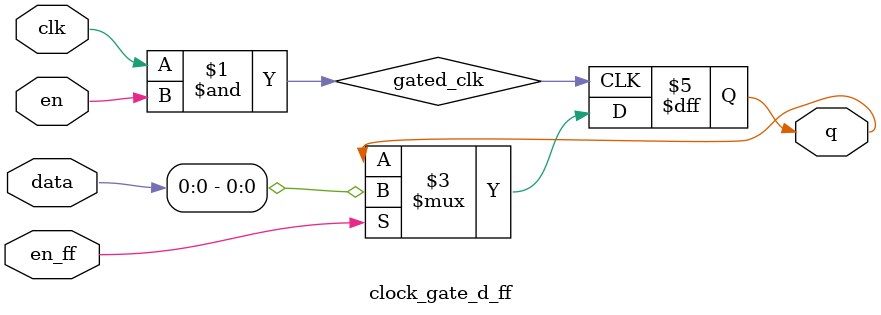
<source format=v>
module clock_gate_d_ff (
    input clk,
    input en,
    input en_ff,
    input [31:0] data,
    output reg q
);

    wire gated_clk = clk & en; // create a gated clock signal
    
    always @(posedge gated_clk) begin // use the gated clock for the flip-flop
        if (en_ff) begin // only update the output when enabled
            q <= data;
        end
    end
    
endmodule
</source>
